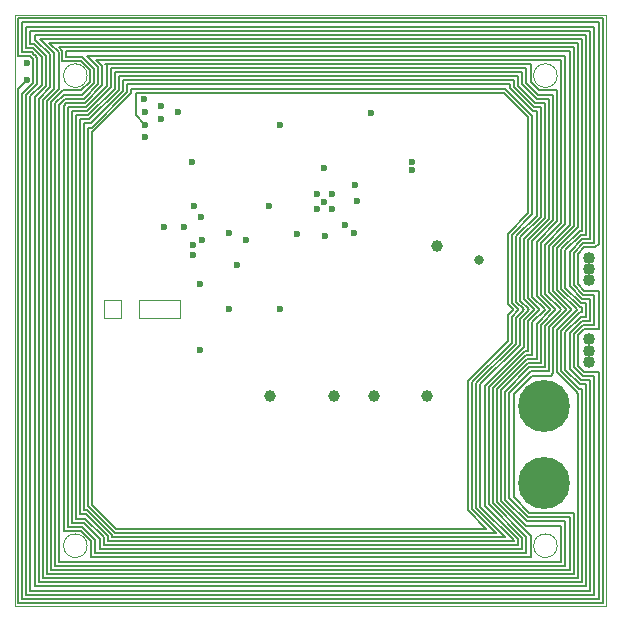
<source format=gbr>
%TF.GenerationSoftware,KiCad,Pcbnew,5.0.2-bee76a0~70~ubuntu18.04.1*%
%TF.CreationDate,2020-02-29T17:11:30-08:00*%
%TF.ProjectId,SolarCell+Y,536f6c61-7243-4656-9c6c-2b592e6b6963,rev?*%
%TF.SameCoordinates,Original*%
%TF.FileFunction,Copper,L3,Inr*%
%TF.FilePolarity,Positive*%
%FSLAX46Y46*%
G04 Gerber Fmt 4.6, Leading zero omitted, Abs format (unit mm)*
G04 Created by KiCad (PCBNEW 5.0.2-bee76a0~70~ubuntu18.04.1) date Sat 29 Feb 2020 05:11:30 PM PST*
%MOMM*%
%LPD*%
G01*
G04 APERTURE LIST*
%ADD10C,0.050000*%
%ADD11C,1.000000*%
%ADD12C,1.016000*%
%ADD13C,4.400000*%
%ADD14C,0.600000*%
%ADD15C,0.800000*%
%ADD16C,0.190000*%
G04 APERTURE END LIST*
D10*
X160500000Y-65600000D02*
X160500000Y-64100000D01*
X164000000Y-65600000D02*
X160500000Y-65600000D01*
X164000000Y-64100000D02*
X164000000Y-65600000D01*
X160500000Y-64100000D02*
X164000000Y-64100000D01*
X159000000Y-64100000D02*
X157500000Y-64100000D01*
X159000000Y-65650000D02*
X159000000Y-64100000D01*
X157500000Y-65650000D02*
X159000000Y-65650000D01*
X157500000Y-64100000D02*
X157500000Y-65650000D01*
X200000000Y-40000000D02*
X150000000Y-40000000D01*
X150000000Y-90000000D02*
X200000000Y-90000000D01*
X150000000Y-40000000D02*
X150000000Y-90000000D01*
X195900000Y-45100000D02*
G75*
G03X195900000Y-45100000I-1000000J0D01*
G01*
X156100000Y-84900000D02*
G75*
G03X156100000Y-84900000I-1000000J0D01*
G01*
X156100000Y-45100000D02*
G75*
G03X156100000Y-45100000I-1000000J0D01*
G01*
X195900000Y-84900000D02*
G75*
G03X195900000Y-84900000I-1000000J0D01*
G01*
X200000000Y-90000000D02*
X200000000Y-40000000D01*
D11*
X185750200Y-59512200D03*
X184835800Y-72263000D03*
X176987200Y-72263000D03*
X171602400Y-72263000D03*
X180424666Y-72263000D03*
D12*
X198566000Y-69330000D03*
X198566000Y-60530000D03*
X198566000Y-68380000D03*
X198566000Y-67430000D03*
X198566000Y-61480000D03*
X198566000Y-62430000D03*
D13*
X194800000Y-73100000D03*
X194800000Y-79600000D03*
D14*
X183593740Y-52415440D03*
X183593740Y-53050440D03*
X160978844Y-48166883D03*
X165112690Y-56134000D03*
X178796228Y-54378747D03*
X176174400Y-55806340D03*
X175574980Y-55144184D03*
X176844980Y-55144184D03*
X175567340Y-56413400D03*
X176844980Y-56388784D03*
X164338000Y-57912000D03*
X162575240Y-57912000D03*
X172417740Y-49303940D03*
X168148000Y-64897000D03*
X172466000Y-64897000D03*
X178689000Y-58420000D03*
X165684200Y-62738000D03*
X165684200Y-68300600D03*
X168148000Y-58420000D03*
X164973000Y-52451000D03*
X168783000Y-61147520D03*
D15*
X189300000Y-60700000D03*
D14*
X163830000Y-48196500D03*
X165700000Y-57100000D03*
X165862000Y-59055000D03*
X165100000Y-59436026D03*
X165100000Y-60325000D03*
X151000000Y-45500000D03*
X161036000Y-50292000D03*
X151003000Y-44005500D03*
X162359712Y-47637690D03*
X161036000Y-49276000D03*
X160909000Y-47117000D03*
X162369500Y-48750000D03*
X169560240Y-59019440D03*
X176184580Y-52959784D03*
X177942240Y-57749440D03*
X171528750Y-56161940D03*
X173878240Y-58471590D03*
X176218027Y-58650475D03*
X180164740Y-48224440D03*
X178954084Y-55753784D03*
D16*
X197300000Y-42700000D02*
X197300000Y-57850000D01*
X192200000Y-80801976D02*
X193548024Y-82150000D01*
X191700000Y-67600000D02*
X188350000Y-70950000D01*
X156352026Y-45612250D02*
X156352026Y-44587749D01*
X188350000Y-81900000D02*
X189900000Y-83450000D01*
X160200000Y-46550000D02*
X191400000Y-46550000D01*
X191400000Y-46550000D02*
X193450000Y-48600000D01*
X193450000Y-48600000D02*
X193450000Y-56750000D01*
X191700000Y-58500000D02*
X191700000Y-64450000D01*
X192150000Y-64950000D02*
X191700000Y-65400000D01*
X188350000Y-70950000D02*
X188350000Y-81900000D01*
X158550000Y-83450000D02*
X156550000Y-81450000D01*
X197100000Y-64950000D02*
X195550000Y-66500000D01*
X197300000Y-87300000D02*
X152700000Y-87300000D01*
X197300000Y-57850000D02*
X195550000Y-59600000D01*
X197100000Y-64900000D02*
X197100000Y-64950000D01*
X195550000Y-59600000D02*
X195550000Y-63350000D01*
X197300000Y-82150000D02*
X197300000Y-87300000D01*
X193548024Y-82150000D02*
X197300000Y-82150000D01*
X195350000Y-70500000D02*
X193750000Y-70500000D01*
X195550000Y-70300000D02*
X195350000Y-70500000D01*
X189900000Y-83450000D02*
X158550000Y-83450000D01*
X195550000Y-63350000D02*
X197100000Y-64900000D01*
X153700000Y-42700000D02*
X197300000Y-42700000D01*
X154000000Y-43000000D02*
X153700000Y-42700000D01*
X154000000Y-43850000D02*
X154000000Y-43000000D01*
X155614277Y-43850000D02*
X154000000Y-43850000D01*
X156352026Y-44587749D02*
X155614277Y-43850000D01*
X155615801Y-46348475D02*
X156352026Y-45612250D01*
X192200000Y-72050000D02*
X192200000Y-80801976D01*
X191700000Y-64450000D02*
X192150000Y-64900000D01*
X193750000Y-70500000D02*
X192200000Y-72050000D01*
X193450000Y-56750000D02*
X191700000Y-58500000D01*
X195550000Y-66500000D02*
X195550000Y-70300000D01*
X191700000Y-65400000D02*
X191700000Y-67600000D01*
X192150000Y-64900000D02*
X192150000Y-64950000D01*
X151867010Y-45831309D02*
X151867010Y-43568691D01*
X199050000Y-89050000D02*
X150950000Y-89050000D01*
X199050000Y-70550000D02*
X199050000Y-89050000D01*
X198100000Y-63650000D02*
X199050000Y-63650000D01*
X198350000Y-71250000D02*
X198350000Y-88350000D01*
X199050000Y-59250000D02*
X199000000Y-59300000D01*
X151500000Y-42750000D02*
X150950000Y-42750000D01*
X198700000Y-88700000D02*
X151300000Y-88700000D01*
X195900000Y-63250000D02*
X197550000Y-64900000D01*
X198700000Y-70900000D02*
X198700000Y-88700000D01*
X196950000Y-66900000D02*
X196950000Y-69900000D01*
X199050000Y-66200000D02*
X198100000Y-66200000D01*
X197300000Y-60100000D02*
X197300000Y-62850000D01*
X198700000Y-65850000D02*
X198000000Y-65850000D01*
X152250000Y-43500000D02*
X151500000Y-42750000D01*
X151300000Y-46850000D02*
X152250000Y-45900000D01*
X198700000Y-64000000D02*
X198700000Y-65850000D01*
X197950000Y-70900000D02*
X198700000Y-70900000D01*
X198050000Y-70550000D02*
X199050000Y-70550000D01*
X196950000Y-62950000D02*
X198000000Y-64000000D01*
X196950000Y-60000000D02*
X196950000Y-62950000D01*
X198000000Y-58950000D02*
X196950000Y-60000000D01*
X198700000Y-58950000D02*
X198000000Y-58950000D01*
X196600000Y-59900000D02*
X196600000Y-63050000D01*
X151300000Y-41300000D02*
X198700000Y-41300000D01*
X151600000Y-42400000D02*
X151300000Y-42400000D01*
X152600000Y-43400000D02*
X151600000Y-42400000D01*
X151650000Y-46950000D02*
X152600000Y-46000000D01*
X150950000Y-40950000D02*
X199050000Y-40950000D01*
X198350000Y-88350000D02*
X151650000Y-88350000D01*
X197850000Y-71250000D02*
X198350000Y-71250000D01*
X196250000Y-70100000D02*
X197750000Y-71600000D01*
X196600000Y-70000000D02*
X197850000Y-71250000D01*
X196600000Y-66800000D02*
X196600000Y-70000000D01*
X152600000Y-46000000D02*
X152600000Y-43400000D01*
X197900000Y-65500000D02*
X196600000Y-66800000D01*
X197550000Y-64900000D02*
X197550000Y-64950000D01*
X198350000Y-64350000D02*
X198350000Y-65500000D01*
X197300000Y-69800000D02*
X198050000Y-70550000D01*
X151300000Y-88700000D02*
X151300000Y-46850000D01*
X198000000Y-64000000D02*
X198700000Y-64000000D01*
X153300000Y-46200000D02*
X153300000Y-43200000D01*
X196600000Y-63050000D02*
X197900000Y-64350000D01*
X198350000Y-58600000D02*
X197900000Y-58600000D01*
X198000000Y-71600000D02*
X198000000Y-88000000D01*
X152950000Y-43300000D02*
X151700000Y-42050000D01*
X151700000Y-41650000D02*
X198350000Y-41650000D01*
X151650000Y-88350000D02*
X151650000Y-46950000D01*
X152000000Y-47050000D02*
X152950000Y-46100000D01*
X151867010Y-43568691D02*
X151648318Y-43350000D01*
X197800000Y-64700000D02*
X198000000Y-64700000D01*
X196250000Y-66700000D02*
X196250000Y-70100000D01*
X199050000Y-40950000D02*
X199050000Y-59250000D01*
X195900000Y-66600000D02*
X195900000Y-70200000D01*
X197800000Y-65150000D02*
X196250000Y-66700000D01*
X198000000Y-65150000D02*
X197800000Y-65150000D01*
X198350000Y-41650000D02*
X198350000Y-58600000D01*
X198000000Y-64700000D02*
X198000000Y-65150000D01*
X152900000Y-42350000D02*
X197650000Y-42350000D01*
X197800000Y-58250000D02*
X196250000Y-59800000D01*
X151300000Y-42400000D02*
X151300000Y-41300000D01*
X198000000Y-58250000D02*
X197800000Y-58250000D01*
X196950000Y-69900000D02*
X197950000Y-70900000D01*
X196250000Y-63150000D02*
X197800000Y-64700000D01*
X197650000Y-42350000D02*
X197650000Y-57950000D01*
X197600000Y-71900000D02*
X197600000Y-71950000D01*
X196250000Y-59800000D02*
X196250000Y-63150000D01*
X152000000Y-88000000D02*
X152000000Y-47050000D01*
X197650000Y-72000000D02*
X197650000Y-87650000D01*
X198700000Y-41300000D02*
X198700000Y-58950000D01*
X198000000Y-42000000D02*
X198000000Y-58250000D01*
X198100000Y-66200000D02*
X197300000Y-67000000D01*
X152100000Y-42000000D02*
X198000000Y-42000000D01*
X197300000Y-62850000D02*
X198100000Y-63650000D01*
X198100000Y-59300000D02*
X197300000Y-60100000D01*
X152350000Y-47150000D02*
X153300000Y-46200000D01*
X199050000Y-63650000D02*
X199050000Y-66200000D01*
X152700000Y-47250000D02*
X153682990Y-46267010D01*
X150950000Y-89050000D02*
X150950000Y-46748318D01*
X152350000Y-87650000D02*
X152350000Y-47150000D01*
X197650000Y-87650000D02*
X152350000Y-87650000D01*
X152950000Y-46100000D02*
X152950000Y-43300000D01*
X150950000Y-46748318D02*
X151867010Y-45831309D01*
X197550000Y-64950000D02*
X195900000Y-66600000D01*
X197600000Y-71950000D02*
X197650000Y-72000000D01*
X197900000Y-58600000D02*
X196600000Y-59900000D01*
X150950000Y-42750000D02*
X150950000Y-40950000D01*
X152700000Y-87300000D02*
X152700000Y-47250000D01*
X197650000Y-57950000D02*
X195900000Y-59700000D01*
X197900000Y-64350000D02*
X198350000Y-64350000D01*
X197750000Y-71600000D02*
X198000000Y-71600000D01*
X199000000Y-59300000D02*
X198100000Y-59300000D01*
X195900000Y-59700000D02*
X195900000Y-63250000D01*
X152250000Y-45900000D02*
X152250000Y-43500000D01*
X198350000Y-65500000D02*
X197900000Y-65500000D01*
X195900000Y-70200000D02*
X197600000Y-71900000D01*
X153682990Y-43132990D02*
X152900000Y-42350000D01*
X198000000Y-88000000D02*
X152000000Y-88000000D01*
X198000000Y-65850000D02*
X196950000Y-66900000D01*
X153300000Y-43200000D02*
X152100000Y-42000000D01*
X197300000Y-67000000D02*
X197300000Y-69800000D01*
X151700000Y-42050000D02*
X151700000Y-41650000D01*
X153682990Y-46267010D02*
X153682990Y-43132990D01*
X155603207Y-46348475D02*
X155609504Y-46342178D01*
X154051525Y-46348475D02*
X155603207Y-46348475D01*
X153050000Y-47350000D02*
X154051525Y-46348475D01*
X196950000Y-86950000D02*
X153050000Y-86950000D01*
X193450000Y-82500000D02*
X196950000Y-82500000D01*
X191850000Y-71950000D02*
X191850000Y-80900000D01*
X195200000Y-70150000D02*
X193650000Y-70150000D01*
X196650000Y-64900000D02*
X196650000Y-64950000D01*
X195200000Y-63450000D02*
X196650000Y-64900000D01*
X195200000Y-59500000D02*
X195200000Y-63450000D01*
X196950000Y-57750000D02*
X195200000Y-59500000D01*
X196950000Y-43050000D02*
X196950000Y-57750000D01*
X154350000Y-43050000D02*
X196950000Y-43050000D01*
X155700000Y-43500000D02*
X154350000Y-43500000D01*
X156700000Y-45700000D02*
X156700000Y-44500000D01*
X155700000Y-46700000D02*
X156700000Y-45700000D01*
X154150000Y-46700000D02*
X155700000Y-46700000D01*
X153400000Y-86600000D02*
X153400000Y-47450000D01*
X196600000Y-82850000D02*
X196600000Y-86600000D01*
X193350000Y-82850000D02*
X196600000Y-82850000D01*
X191500000Y-81000000D02*
X193350000Y-82850000D01*
X191500000Y-71850000D02*
X191500000Y-81000000D01*
X194850000Y-69800000D02*
X193550000Y-69800000D01*
X196100000Y-65000000D02*
X196100000Y-65050000D01*
X157850000Y-84500000D02*
X157850000Y-84100000D01*
X196600000Y-43400000D02*
X196600000Y-57650000D01*
X157750000Y-44200000D02*
X157650000Y-44100000D01*
X196600000Y-57650000D02*
X194850000Y-59400000D01*
X192250000Y-46050000D02*
X193950000Y-47750000D01*
X155800000Y-47050000D02*
X157050000Y-45800000D01*
X154250000Y-47050000D02*
X155800000Y-47050000D01*
X194500000Y-69450000D02*
X193450000Y-69450000D01*
X195750000Y-64950000D02*
X194500000Y-66200000D01*
X193653493Y-85896507D02*
X193650000Y-85900000D01*
X194500000Y-59300000D02*
X194500000Y-63650000D01*
X154100000Y-83650000D02*
X154100000Y-47650000D01*
X156850000Y-43750000D02*
X196250000Y-43750000D01*
X157400000Y-45900000D02*
X157400000Y-44300000D01*
X155900000Y-47400000D02*
X157400000Y-45900000D01*
X155614277Y-83650000D02*
X154100000Y-83650000D01*
X196200000Y-64900000D02*
X196100000Y-65000000D01*
X195550000Y-46700000D02*
X195550000Y-57350000D01*
X190800000Y-71650000D02*
X190800000Y-81200000D01*
X193450000Y-65900000D02*
X193450000Y-68400000D01*
X156450000Y-85900000D02*
X156450000Y-84485723D01*
X188700000Y-71050000D02*
X188700000Y-81800000D01*
X193350000Y-69100000D02*
X190800000Y-71650000D01*
X194150000Y-69100000D02*
X193350000Y-69100000D01*
X193653493Y-84053493D02*
X193653493Y-85896507D01*
X154350000Y-47400000D02*
X155900000Y-47400000D01*
X195300000Y-64950000D02*
X194150000Y-66100000D01*
X194150000Y-63750000D02*
X195300000Y-64900000D01*
X195200000Y-47050000D02*
X195200000Y-57250000D01*
X157750000Y-46000000D02*
X157750000Y-44200000D01*
X194150000Y-66100000D02*
X194150000Y-69100000D01*
X158800000Y-45150000D02*
X192600000Y-45150000D01*
X194150000Y-59200000D02*
X194150000Y-63750000D01*
X195900000Y-57450000D02*
X194150000Y-59200000D01*
X156000000Y-82250000D02*
X155500000Y-82250000D01*
X194380148Y-46350000D02*
X195900000Y-46350000D01*
X193650000Y-44100000D02*
X193650000Y-45619852D01*
X157400000Y-44300000D02*
X156850000Y-43750000D01*
X156700000Y-44500000D02*
X155700000Y-43500000D01*
X192600000Y-84850000D02*
X157500000Y-84850000D01*
X156000000Y-47750000D02*
X157750000Y-46000000D01*
X193250000Y-83200000D02*
X196250000Y-83200000D01*
X192750000Y-67900000D02*
X189400000Y-71250000D01*
X154450000Y-47750000D02*
X156000000Y-47750000D01*
X156800000Y-84400000D02*
X155700000Y-83300000D01*
X156800000Y-85550000D02*
X156800000Y-84400000D01*
X159150000Y-45500000D02*
X192250000Y-45500000D01*
X193300000Y-85550000D02*
X156800000Y-85550000D01*
X155700000Y-83300000D02*
X154450000Y-83300000D01*
X190800000Y-81200000D02*
X193653493Y-84053493D01*
X192950000Y-85200000D02*
X157150000Y-85200000D01*
X193250000Y-68750000D02*
X190450000Y-71550000D01*
X194400000Y-64900000D02*
X194400000Y-64950000D01*
X193800000Y-66000000D02*
X193800000Y-68750000D01*
X194500000Y-63650000D02*
X195750000Y-64900000D01*
X193100000Y-58900000D02*
X193100000Y-64050000D01*
X193800000Y-63850000D02*
X194850000Y-64900000D01*
X195550000Y-57350000D02*
X193800000Y-59100000D01*
X153750000Y-47550000D02*
X154250000Y-47050000D01*
X158100000Y-44450000D02*
X193300000Y-44450000D01*
X158100000Y-46100000D02*
X158100000Y-44450000D01*
X191150000Y-81100000D02*
X193250000Y-83200000D01*
X193800000Y-59100000D02*
X193800000Y-63850000D01*
X194150000Y-56950000D02*
X192400000Y-58700000D01*
X194500000Y-57050000D02*
X192750000Y-58800000D01*
X156100000Y-48100000D02*
X158100000Y-46100000D01*
X154800000Y-48100000D02*
X156100000Y-48100000D01*
X155800000Y-82950000D02*
X154800000Y-82950000D01*
X193100000Y-68050000D02*
X193050000Y-68050000D01*
X156200000Y-48450000D02*
X158450000Y-46200000D01*
X157150000Y-84300000D02*
X155800000Y-82950000D01*
X196250000Y-43750000D02*
X196250000Y-57550000D01*
X193300000Y-44450000D02*
X193300000Y-45750000D01*
X157150000Y-85200000D02*
X157150000Y-84300000D01*
X192950000Y-84250000D02*
X192950000Y-85200000D01*
X193800000Y-68750000D02*
X193250000Y-68750000D01*
X190100000Y-81400000D02*
X192950000Y-84250000D01*
X190100000Y-71450000D02*
X190100000Y-81400000D01*
X193150000Y-68400000D02*
X190100000Y-71450000D01*
X193450000Y-63950000D02*
X194400000Y-64900000D01*
X194850000Y-57150000D02*
X193100000Y-58900000D01*
X193450000Y-59000000D02*
X193450000Y-63950000D01*
X194850000Y-59400000D02*
X194850000Y-63550000D01*
X192400000Y-65600000D02*
X192400000Y-67800000D01*
X158450000Y-44800000D02*
X192950000Y-44800000D01*
X194050000Y-47400000D02*
X194850000Y-47400000D01*
X194150000Y-47050000D02*
X195200000Y-47050000D01*
X194500000Y-47750000D02*
X194500000Y-57050000D01*
X155150000Y-48450000D02*
X156200000Y-48450000D01*
X154350000Y-43500000D02*
X154350000Y-43050000D01*
X157500000Y-84200000D02*
X155900000Y-82600000D01*
X193300000Y-45750000D02*
X194250000Y-46700000D01*
X192600000Y-45150000D02*
X192600000Y-45950000D01*
X192600000Y-84350000D02*
X192600000Y-84850000D01*
X189750000Y-71350000D02*
X189750000Y-81500000D01*
X193650000Y-85900000D02*
X156450000Y-85900000D01*
X194850000Y-64950000D02*
X193800000Y-66000000D01*
X155850000Y-81900000D02*
X155850000Y-49150000D01*
X193950000Y-64950000D02*
X193100000Y-65800000D01*
X193100000Y-65800000D02*
X193100000Y-68050000D01*
X196250000Y-83200000D02*
X196250000Y-86250000D01*
X189750000Y-81500000D02*
X192600000Y-84350000D01*
X157050000Y-45800000D02*
X157050000Y-44400000D01*
X193650000Y-70150000D02*
X191850000Y-71950000D01*
X193950000Y-64900000D02*
X193950000Y-64950000D01*
X196600000Y-86600000D02*
X153400000Y-86600000D01*
X193450000Y-64950000D02*
X193450000Y-65000000D01*
X194500000Y-66200000D02*
X194500000Y-69450000D01*
X157050000Y-44400000D02*
X156050000Y-43400000D01*
X158800000Y-46300000D02*
X158800000Y-45150000D01*
X194850000Y-47400000D02*
X194850000Y-57150000D01*
X192400000Y-64250000D02*
X193050000Y-64900000D01*
X192600000Y-45950000D02*
X194050000Y-47400000D01*
X193850000Y-48100000D02*
X194150000Y-48100000D01*
X193050000Y-68050000D02*
X189750000Y-71350000D01*
X155500000Y-48800000D02*
X156300000Y-48800000D01*
X196250000Y-57550000D02*
X194500000Y-59300000D01*
X154450000Y-83300000D02*
X154450000Y-47750000D01*
X155500000Y-82250000D02*
X155500000Y-48800000D01*
X192200000Y-84500000D02*
X157850000Y-84500000D01*
X155850000Y-49150000D02*
X156400000Y-49150000D01*
X192250000Y-84450000D02*
X192200000Y-84500000D01*
X154800000Y-82950000D02*
X154800000Y-48100000D01*
X193450000Y-68400000D02*
X193150000Y-68400000D01*
X193550000Y-69800000D02*
X191500000Y-71850000D01*
X193800000Y-56850000D02*
X192050000Y-58600000D01*
X192950000Y-45850000D02*
X194150000Y-47050000D01*
X156200000Y-81550000D02*
X156200000Y-49500000D01*
X189400000Y-71250000D02*
X189400000Y-81600000D01*
X193450000Y-65000000D02*
X192750000Y-65700000D01*
X195750000Y-64900000D02*
X195750000Y-64950000D01*
X195200000Y-66400000D02*
X195200000Y-70150000D01*
X194850000Y-64900000D02*
X194850000Y-64950000D01*
X193500000Y-64900000D02*
X193450000Y-64950000D01*
X192750000Y-64150000D02*
X193500000Y-64900000D01*
X191150000Y-71750000D02*
X191150000Y-81100000D01*
X191500000Y-46200000D02*
X193800000Y-48500000D01*
X192750000Y-58800000D02*
X192750000Y-64150000D01*
X193000000Y-65000000D02*
X192400000Y-65600000D01*
X192250000Y-45500000D02*
X192250000Y-46050000D01*
X191900000Y-46150000D02*
X193850000Y-48100000D01*
X194850000Y-66300000D02*
X194850000Y-69800000D01*
X190700000Y-83800000D02*
X158450000Y-83800000D01*
X189400000Y-81600000D02*
X192250000Y-84450000D01*
X156050000Y-43400000D02*
X196600000Y-43400000D01*
X159850000Y-46600000D02*
X159850000Y-46200000D01*
X159150000Y-46400000D02*
X159150000Y-45500000D01*
X196250000Y-86250000D02*
X153750000Y-86250000D01*
X190450000Y-71550000D02*
X190450000Y-81300000D01*
X153050000Y-86950000D02*
X153050000Y-47350000D01*
X156400000Y-49150000D02*
X159150000Y-46400000D01*
X158450000Y-46200000D02*
X158450000Y-44800000D01*
X190450000Y-81300000D02*
X193300000Y-84150000D01*
X153750000Y-86250000D02*
X153750000Y-47550000D01*
X159850000Y-46200000D02*
X191500000Y-46200000D01*
X156450000Y-84485723D02*
X155614277Y-83650000D01*
X156550000Y-49900000D02*
X159850000Y-46600000D01*
X156300000Y-48800000D02*
X158800000Y-46300000D01*
X192400000Y-58700000D02*
X192400000Y-64250000D01*
X193800000Y-48500000D02*
X193800000Y-56850000D01*
X191850000Y-80900000D02*
X193450000Y-82500000D01*
X193100000Y-64050000D02*
X193950000Y-64900000D01*
X157650000Y-44100000D02*
X193650000Y-44100000D01*
X158200000Y-84000000D02*
X156100000Y-81900000D01*
X192750000Y-65700000D02*
X192750000Y-67900000D01*
X158450000Y-83800000D02*
X156200000Y-81550000D01*
X191500000Y-84150000D02*
X158200000Y-84150000D01*
X188700000Y-81800000D02*
X190700000Y-83800000D01*
X189050000Y-71150000D02*
X189050000Y-81700000D01*
X192400000Y-67800000D02*
X189050000Y-71150000D01*
X191900000Y-45850000D02*
X191900000Y-46150000D01*
X192950000Y-44800000D02*
X192950000Y-45850000D01*
X192600000Y-64900000D02*
X192600000Y-64950000D01*
X157500000Y-84850000D02*
X157500000Y-84200000D01*
X156500000Y-49500000D02*
X159500000Y-46500000D01*
X156100000Y-81900000D02*
X155850000Y-81900000D01*
X194250000Y-46700000D02*
X195550000Y-46700000D01*
X193050000Y-64900000D02*
X193000000Y-64950000D01*
X155150000Y-82600000D02*
X155150000Y-48450000D01*
X193000000Y-64950000D02*
X193000000Y-65000000D01*
X159500000Y-46500000D02*
X159500000Y-45850000D01*
X155900000Y-82600000D02*
X155150000Y-82600000D01*
X193650000Y-45619852D02*
X194380148Y-46350000D01*
X194150000Y-48100000D02*
X194150000Y-56950000D01*
X192050000Y-65500000D02*
X192050000Y-67700000D01*
X195200000Y-57250000D02*
X193450000Y-59000000D01*
X159500000Y-45850000D02*
X191900000Y-45850000D01*
X195900000Y-46350000D02*
X195900000Y-57450000D01*
X154100000Y-47650000D02*
X154350000Y-47400000D01*
X193300000Y-84150000D02*
X193300000Y-85550000D01*
X156200000Y-49500000D02*
X156500000Y-49500000D01*
X189050000Y-81700000D02*
X191500000Y-84150000D01*
X192050000Y-64350000D02*
X192600000Y-64900000D01*
X192050000Y-67700000D02*
X188700000Y-71050000D01*
X194400000Y-64950000D02*
X193450000Y-65900000D01*
X196650000Y-64950000D02*
X195200000Y-66400000D01*
X192050000Y-58600000D02*
X192050000Y-64350000D01*
X195300000Y-64900000D02*
X195300000Y-64950000D01*
X192600000Y-64950000D02*
X192050000Y-65500000D01*
X157850000Y-84100000D02*
X156000000Y-82250000D01*
X196100000Y-65050000D02*
X194850000Y-66300000D01*
X196950000Y-82500000D02*
X196950000Y-86950000D01*
X193450000Y-69450000D02*
X191150000Y-71750000D01*
X193950000Y-47750000D02*
X194500000Y-47750000D01*
X194850000Y-63550000D02*
X196200000Y-64900000D01*
X153400000Y-47450000D02*
X154150000Y-46700000D01*
X158200000Y-84150000D02*
X158200000Y-84000000D01*
X156550000Y-81450000D02*
X156550000Y-49900000D01*
X160200000Y-48440000D02*
X161036000Y-49276000D01*
X160200000Y-46550000D02*
X160200000Y-48440000D01*
X150247010Y-46252990D02*
X151000000Y-45500000D01*
X150247010Y-89752990D02*
X150247010Y-46252990D01*
X199752990Y-40247010D02*
X199752990Y-89752990D01*
X150250000Y-40250000D02*
X150247010Y-40247010D01*
X150250000Y-43450000D02*
X150250000Y-40250000D01*
X151300000Y-43450000D02*
X150250000Y-43450000D01*
X151550000Y-43700000D02*
X151300000Y-43450000D01*
X151550000Y-45700000D02*
X151550000Y-43700000D01*
X150600000Y-46650000D02*
X151550000Y-45700000D01*
X150600000Y-89400000D02*
X150600000Y-46650000D01*
X199400000Y-89400000D02*
X150600000Y-89400000D01*
X199400000Y-70200000D02*
X199400000Y-89400000D01*
X198150000Y-70200000D02*
X199400000Y-70200000D01*
X150247010Y-40247010D02*
X199752990Y-40247010D01*
X150600000Y-40600000D02*
X199400000Y-40600000D01*
X151642850Y-43344532D02*
X151400000Y-43101682D01*
X199400000Y-40600000D02*
X199400000Y-59350000D01*
X199400000Y-66550000D02*
X198200000Y-66550000D01*
X198200000Y-59650000D02*
X197650000Y-60200000D01*
X199752990Y-89752990D02*
X150247010Y-89752990D01*
X151400000Y-43100000D02*
X150600000Y-43100000D01*
X197650000Y-69700000D02*
X198150000Y-70200000D01*
X151400000Y-43101682D02*
X151400000Y-43100000D01*
X199400000Y-59350000D02*
X199100000Y-59650000D01*
X199100000Y-59650000D02*
X198200000Y-59650000D01*
X150600000Y-43100000D02*
X150600000Y-40600000D01*
X197650000Y-60200000D02*
X197650000Y-62750000D01*
X197650000Y-62750000D02*
X198200000Y-63300000D01*
X198200000Y-63300000D02*
X199400000Y-63300000D01*
X199400000Y-63300000D02*
X199400000Y-66550000D01*
X198200000Y-66550000D02*
X197650000Y-67100000D01*
X197650000Y-67100000D02*
X197650000Y-69700000D01*
M02*

</source>
